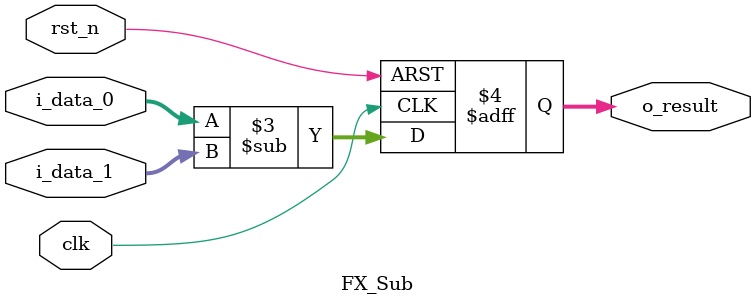
<source format=v>
`timescale 1ns / 1ps

module FX_Sub
#(
	parameter DATA_WIDTH = 32
)
(
	input                       clk,         
	input                       rst_n,     
	input [DATA_WIDTH-1:0]      i_data_0,    
	input [DATA_WIDTH-1:0]      i_data_1,
	output reg [DATA_WIDTH-1:0] o_result 
);
	always @(posedge clk or negedge rst_n) begin
		if(!rst_n) begin
			o_result <= 0;
		end
		else begin
			o_result <= i_data_0 - i_data_1;
		end
	end
endmodule
</source>
